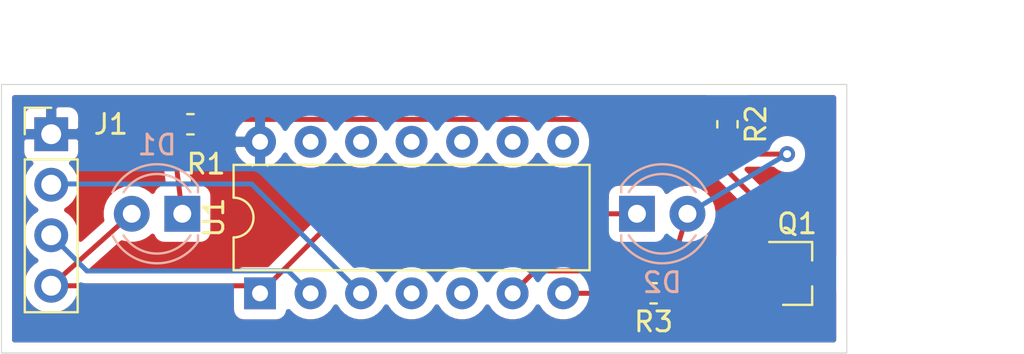
<source format=kicad_pcb>
(kicad_pcb (version 20171130) (host pcbnew "(5.1.6)-1")

  (general
    (thickness 1.6)
    (drawings 10)
    (tracks 30)
    (zones 0)
    (modules 8)
    (nets 18)
  )

  (page A4)
  (layers
    (0 F.Cu signal)
    (31 B.Cu signal)
    (32 B.Adhes user)
    (33 F.Adhes user)
    (34 B.Paste user)
    (35 F.Paste user)
    (36 B.SilkS user)
    (37 F.SilkS user)
    (38 B.Mask user)
    (39 F.Mask user)
    (40 Dwgs.User user)
    (41 Cmts.User user)
    (42 Eco1.User user)
    (43 Eco2.User user)
    (44 Edge.Cuts user)
    (45 Margin user)
    (46 B.CrtYd user)
    (47 F.CrtYd user)
    (48 B.Fab user hide)
    (49 F.Fab user hide)
  )

  (setup
    (last_trace_width 0.25)
    (trace_clearance 0.2)
    (zone_clearance 0.508)
    (zone_45_only no)
    (trace_min 0.2)
    (via_size 0.8)
    (via_drill 0.4)
    (via_min_size 0.4)
    (via_min_drill 0.3)
    (uvia_size 0.3)
    (uvia_drill 0.1)
    (uvias_allowed no)
    (uvia_min_size 0.2)
    (uvia_min_drill 0.1)
    (edge_width 0.05)
    (segment_width 0.2)
    (pcb_text_width 0.3)
    (pcb_text_size 1.5 1.5)
    (mod_edge_width 0.12)
    (mod_text_size 1 1)
    (mod_text_width 0.15)
    (pad_size 1.524 1.524)
    (pad_drill 0.762)
    (pad_to_mask_clearance 0.05)
    (aux_axis_origin 0 0)
    (visible_elements 7FFFFFFF)
    (pcbplotparams
      (layerselection 0x010f0_ffffffff)
      (usegerberextensions false)
      (usegerberattributes false)
      (usegerberadvancedattributes false)
      (creategerberjobfile false)
      (excludeedgelayer true)
      (linewidth 0.100000)
      (plotframeref false)
      (viasonmask false)
      (mode 1)
      (useauxorigin false)
      (hpglpennumber 1)
      (hpglpenspeed 20)
      (hpglpendiameter 15.000000)
      (psnegative false)
      (psa4output false)
      (plotreference true)
      (plotvalue false)
      (plotinvisibletext false)
      (padsonsilk true)
      (subtractmaskfromsilk false)
      (outputformat 1)
      (mirror false)
      (drillshape 0)
      (scaleselection 1)
      (outputdirectory "gerber/"))
  )

  (net 0 "")
  (net 1 +5V)
  (net 2 "Net-(D1-Pad1)")
  (net 3 /M-RX)
  (net 4 /TX)
  (net 5 /RX)
  (net 6 GND)
  (net 7 "Net-(Q1-Pad3)")
  (net 8 /M-TX)
  (net 9 "Net-(U1-Pad13)")
  (net 10 "Net-(U1-Pad12)")
  (net 11 "Net-(U1-Pad5)")
  (net 12 "Net-(U1-Pad11)")
  (net 13 "Net-(U1-Pad4)")
  (net 14 "Net-(U1-Pad10)")
  (net 15 "Net-(U1-Pad9)")
  (net 16 "Net-(U1-Pad8)")
  (net 17 "Net-(Q1-Pad1)")

  (net_class Default "This is the default net class."
    (clearance 0.2)
    (trace_width 0.25)
    (via_dia 0.8)
    (via_drill 0.4)
    (uvia_dia 0.3)
    (uvia_drill 0.1)
    (add_net +5V)
    (add_net /M-RX)
    (add_net /M-TX)
    (add_net /RX)
    (add_net /TX)
    (add_net GND)
    (add_net "Net-(D1-Pad1)")
    (add_net "Net-(Q1-Pad1)")
    (add_net "Net-(Q1-Pad3)")
    (add_net "Net-(U1-Pad10)")
    (add_net "Net-(U1-Pad11)")
    (add_net "Net-(U1-Pad12)")
    (add_net "Net-(U1-Pad13)")
    (add_net "Net-(U1-Pad4)")
    (add_net "Net-(U1-Pad5)")
    (add_net "Net-(U1-Pad8)")
    (add_net "Net-(U1-Pad9)")
  )

  (module LED_THT:LED_D4.0mm (layer B.Cu) (tedit 587A3A7B) (tstamp 5FBCECED)
    (at 81.95 67.5)
    (descr "LED, diameter 4.0mm, 2 pins, http://www.kingbright.com/attachments/file/psearch/000/00/00/L-43GD(Ver.12B).pdf")
    (tags "LED diameter 4.0mm 2 pins")
    (path /5C067167)
    (fp_text reference D2 (at 1.27 3.46) (layer B.SilkS)
      (effects (font (size 1 1) (thickness 0.15)) (justify mirror))
    )
    (fp_text value D_Photo (at 1.27 -3.46) (layer B.Fab)
      (effects (font (size 1 1) (thickness 0.15)) (justify mirror))
    )
    (fp_arc (start 1.27 0) (end -0.41333 -1.08) (angle 114.6) (layer B.SilkS) (width 0.12))
    (fp_arc (start 1.27 0) (end -0.41333 1.08) (angle -114.6) (layer B.SilkS) (width 0.12))
    (fp_arc (start 1.27 0) (end -0.79 -1.398749) (angle 120.1) (layer B.SilkS) (width 0.12))
    (fp_arc (start 1.27 0) (end -0.79 1.398749) (angle -120.1) (layer B.SilkS) (width 0.12))
    (fp_arc (start 1.27 0) (end -0.73 1.32665) (angle -292.9) (layer B.Fab) (width 0.1))
    (fp_line (start 4 2.75) (end -1.45 2.75) (layer B.CrtYd) (width 0.05))
    (fp_line (start 4 -2.75) (end 4 2.75) (layer B.CrtYd) (width 0.05))
    (fp_line (start -1.45 -2.75) (end 4 -2.75) (layer B.CrtYd) (width 0.05))
    (fp_line (start -1.45 2.75) (end -1.45 -2.75) (layer B.CrtYd) (width 0.05))
    (fp_line (start -0.79 -1.08) (end -0.79 -1.399) (layer B.SilkS) (width 0.12))
    (fp_line (start -0.79 1.399) (end -0.79 1.08) (layer B.SilkS) (width 0.12))
    (fp_line (start -0.73 1.32665) (end -0.73 -1.32665) (layer B.Fab) (width 0.1))
    (fp_circle (center 1.27 0) (end 3.27 0) (layer B.Fab) (width 0.1))
    (pad 2 thru_hole circle (at 2.54 0) (size 1.8 1.8) (drill 0.9) (layers *.Cu *.Mask)
      (net 3 /M-RX))
    (pad 1 thru_hole rect (at 0 0) (size 1.8 1.8) (drill 0.9) (layers *.Cu *.Mask)
      (net 1 +5V))
    (model ${KISYS3DMOD}/LED_THT.3dshapes/LED_D4.0mm.wrl
      (at (xyz 0 0 0))
      (scale (xyz 1 1 1))
      (rotate (xyz 0 0 0))
    )
  )

  (module Package_DIP:DIP-14_W7.62mm (layer F.Cu) (tedit 5A02E8C5) (tstamp 5F4A8C70)
    (at 63 71.5 90)
    (descr "14-lead though-hole mounted DIP package, row spacing 7.62 mm (300 mils)")
    (tags "THT DIP DIL PDIP 2.54mm 7.62mm 300mil")
    (path /5F481036)
    (fp_text reference U1 (at 3.81 -2.33 90) (layer F.SilkS)
      (effects (font (size 1 1) (thickness 0.15)))
    )
    (fp_text value ATtiny84A-PU (at 3.81 17.57 90) (layer F.Fab)
      (effects (font (size 1 1) (thickness 0.15)))
    )
    (fp_line (start 8.7 -1.55) (end -1.1 -1.55) (layer F.CrtYd) (width 0.05))
    (fp_line (start 8.7 16.8) (end 8.7 -1.55) (layer F.CrtYd) (width 0.05))
    (fp_line (start -1.1 16.8) (end 8.7 16.8) (layer F.CrtYd) (width 0.05))
    (fp_line (start -1.1 -1.55) (end -1.1 16.8) (layer F.CrtYd) (width 0.05))
    (fp_line (start 6.46 -1.33) (end 4.81 -1.33) (layer F.SilkS) (width 0.12))
    (fp_line (start 6.46 16.57) (end 6.46 -1.33) (layer F.SilkS) (width 0.12))
    (fp_line (start 1.16 16.57) (end 6.46 16.57) (layer F.SilkS) (width 0.12))
    (fp_line (start 1.16 -1.33) (end 1.16 16.57) (layer F.SilkS) (width 0.12))
    (fp_line (start 2.81 -1.33) (end 1.16 -1.33) (layer F.SilkS) (width 0.12))
    (fp_line (start 0.635 -0.27) (end 1.635 -1.27) (layer F.Fab) (width 0.1))
    (fp_line (start 0.635 16.51) (end 0.635 -0.27) (layer F.Fab) (width 0.1))
    (fp_line (start 6.985 16.51) (end 0.635 16.51) (layer F.Fab) (width 0.1))
    (fp_line (start 6.985 -1.27) (end 6.985 16.51) (layer F.Fab) (width 0.1))
    (fp_line (start 1.635 -1.27) (end 6.985 -1.27) (layer F.Fab) (width 0.1))
    (fp_text user %R (at 3.81 7.62 90) (layer F.Fab)
      (effects (font (size 1 1) (thickness 0.15)))
    )
    (fp_arc (start 3.81 -1.33) (end 2.81 -1.33) (angle -180) (layer F.SilkS) (width 0.12))
    (pad 14 thru_hole oval (at 7.62 0 90) (size 1.6 1.6) (drill 0.8) (layers *.Cu *.Mask)
      (net 6 GND))
    (pad 7 thru_hole oval (at 0 15.24 90) (size 1.6 1.6) (drill 0.8) (layers *.Cu *.Mask)
      (net 8 /M-TX))
    (pad 13 thru_hole oval (at 7.62 2.54 90) (size 1.6 1.6) (drill 0.8) (layers *.Cu *.Mask)
      (net 9 "Net-(U1-Pad13)"))
    (pad 6 thru_hole oval (at 0 12.7 90) (size 1.6 1.6) (drill 0.8) (layers *.Cu *.Mask)
      (net 3 /M-RX))
    (pad 12 thru_hole oval (at 7.62 5.08 90) (size 1.6 1.6) (drill 0.8) (layers *.Cu *.Mask)
      (net 10 "Net-(U1-Pad12)"))
    (pad 5 thru_hole oval (at 0 10.16 90) (size 1.6 1.6) (drill 0.8) (layers *.Cu *.Mask)
      (net 11 "Net-(U1-Pad5)"))
    (pad 11 thru_hole oval (at 7.62 7.62 90) (size 1.6 1.6) (drill 0.8) (layers *.Cu *.Mask)
      (net 12 "Net-(U1-Pad11)"))
    (pad 4 thru_hole oval (at 0 7.62 90) (size 1.6 1.6) (drill 0.8) (layers *.Cu *.Mask)
      (net 13 "Net-(U1-Pad4)"))
    (pad 10 thru_hole oval (at 7.62 10.16 90) (size 1.6 1.6) (drill 0.8) (layers *.Cu *.Mask)
      (net 14 "Net-(U1-Pad10)"))
    (pad 3 thru_hole oval (at 0 5.08 90) (size 1.6 1.6) (drill 0.8) (layers *.Cu *.Mask)
      (net 5 /RX))
    (pad 9 thru_hole oval (at 7.62 12.7 90) (size 1.6 1.6) (drill 0.8) (layers *.Cu *.Mask)
      (net 15 "Net-(U1-Pad9)"))
    (pad 2 thru_hole oval (at 0 2.54 90) (size 1.6 1.6) (drill 0.8) (layers *.Cu *.Mask)
      (net 4 /TX))
    (pad 8 thru_hole oval (at 7.62 15.24 90) (size 1.6 1.6) (drill 0.8) (layers *.Cu *.Mask)
      (net 16 "Net-(U1-Pad8)"))
    (pad 1 thru_hole rect (at 0 0 90) (size 1.6 1.6) (drill 0.8) (layers *.Cu *.Mask)
      (net 1 +5V))
    (model ${KISYS3DMOD}/Package_DIP.3dshapes/DIP-14_W7.62mm.wrl
      (at (xyz 0 0 0))
      (scale (xyz 1 1 1))
      (rotate (xyz 0 0 0))
    )
  )

  (module Connector_PinHeader_2.54mm:PinHeader_1x04_P2.54mm_Vertical (layer F.Cu) (tedit 59FED5CC) (tstamp 5F4A8DA7)
    (at 52.5 63.5)
    (descr "Through hole straight pin header, 1x04, 2.54mm pitch, single row")
    (tags "Through hole pin header THT 1x04 2.54mm single row")
    (path /5C066FF6)
    (fp_text reference J1 (at 3 -0.5) (layer F.SilkS)
      (effects (font (size 1 1) (thickness 0.15)))
    )
    (fp_text value Conn_01x04_Male (at 0 9.95) (layer F.Fab)
      (effects (font (size 1 1) (thickness 0.15)))
    )
    (fp_line (start 1.8 -1.8) (end -1.8 -1.8) (layer F.CrtYd) (width 0.05))
    (fp_line (start 1.8 9.4) (end 1.8 -1.8) (layer F.CrtYd) (width 0.05))
    (fp_line (start -1.8 9.4) (end 1.8 9.4) (layer F.CrtYd) (width 0.05))
    (fp_line (start -1.8 -1.8) (end -1.8 9.4) (layer F.CrtYd) (width 0.05))
    (fp_line (start -1.33 -1.33) (end 0 -1.33) (layer F.SilkS) (width 0.12))
    (fp_line (start -1.33 0) (end -1.33 -1.33) (layer F.SilkS) (width 0.12))
    (fp_line (start -1.33 1.27) (end 1.33 1.27) (layer F.SilkS) (width 0.12))
    (fp_line (start 1.33 1.27) (end 1.33 8.95) (layer F.SilkS) (width 0.12))
    (fp_line (start -1.33 1.27) (end -1.33 8.95) (layer F.SilkS) (width 0.12))
    (fp_line (start -1.33 8.95) (end 1.33 8.95) (layer F.SilkS) (width 0.12))
    (fp_line (start -1.27 -0.635) (end -0.635 -1.27) (layer F.Fab) (width 0.1))
    (fp_line (start -1.27 8.89) (end -1.27 -0.635) (layer F.Fab) (width 0.1))
    (fp_line (start 1.27 8.89) (end -1.27 8.89) (layer F.Fab) (width 0.1))
    (fp_line (start 1.27 -1.27) (end 1.27 8.89) (layer F.Fab) (width 0.1))
    (fp_line (start -0.635 -1.27) (end 1.27 -1.27) (layer F.Fab) (width 0.1))
    (fp_text user %R (at 0 3.81 90) (layer F.Fab)
      (effects (font (size 1 1) (thickness 0.15)))
    )
    (pad 4 thru_hole oval (at 0 7.62) (size 1.7 1.7) (drill 1) (layers *.Cu *.Mask)
      (net 1 +5V))
    (pad 3 thru_hole oval (at 0 5.08) (size 1.7 1.7) (drill 1) (layers *.Cu *.Mask)
      (net 4 /TX))
    (pad 2 thru_hole oval (at 0 2.54) (size 1.7 1.7) (drill 1) (layers *.Cu *.Mask)
      (net 5 /RX))
    (pad 1 thru_hole rect (at 0 0) (size 1.7 1.7) (drill 1) (layers *.Cu *.Mask)
      (net 6 GND))
    (model ${KISYS3DMOD}/Connector_PinHeader_2.54mm.3dshapes/PinHeader_1x04_P2.54mm_Vertical.wrl
      (at (xyz 0 0 0))
      (scale (xyz 1 1 1))
      (rotate (xyz 0 0 0))
    )
  )

  (module LED_THT:LED_D4.0mm (layer B.Cu) (tedit 587A3A7B) (tstamp 5F4A8A50)
    (at 59.09 67.5 180)
    (descr "LED, diameter 4.0mm, 2 pins, http://www.kingbright.com/attachments/file/psearch/000/00/00/L-43GD(Ver.12B).pdf")
    (tags "LED diameter 4.0mm 2 pins")
    (path /5C066F2B)
    (fp_text reference D1 (at 1.27 3.46) (layer B.SilkS)
      (effects (font (size 1 1) (thickness 0.15)) (justify mirror))
    )
    (fp_text value LED (at 1.27 -3.46) (layer B.Fab)
      (effects (font (size 1 1) (thickness 0.15)) (justify mirror))
    )
    (fp_line (start 4 2.75) (end -1.45 2.75) (layer B.CrtYd) (width 0.05))
    (fp_line (start 4 -2.75) (end 4 2.75) (layer B.CrtYd) (width 0.05))
    (fp_line (start -1.45 -2.75) (end 4 -2.75) (layer B.CrtYd) (width 0.05))
    (fp_line (start -1.45 2.75) (end -1.45 -2.75) (layer B.CrtYd) (width 0.05))
    (fp_line (start -0.79 -1.08) (end -0.79 -1.399) (layer B.SilkS) (width 0.12))
    (fp_line (start -0.79 1.399) (end -0.79 1.08) (layer B.SilkS) (width 0.12))
    (fp_line (start -0.73 1.32665) (end -0.73 -1.32665) (layer B.Fab) (width 0.1))
    (fp_circle (center 1.27 0) (end 3.27 0) (layer B.Fab) (width 0.1))
    (fp_arc (start 1.27 0) (end -0.41333 -1.08) (angle 114.6) (layer B.SilkS) (width 0.12))
    (fp_arc (start 1.27 0) (end -0.41333 1.08) (angle -114.6) (layer B.SilkS) (width 0.12))
    (fp_arc (start 1.27 0) (end -0.79 -1.398749) (angle 120.1) (layer B.SilkS) (width 0.12))
    (fp_arc (start 1.27 0) (end -0.79 1.398749) (angle -120.1) (layer B.SilkS) (width 0.12))
    (fp_arc (start 1.27 0) (end -0.73 1.32665) (angle -292.9) (layer B.Fab) (width 0.1))
    (pad 2 thru_hole circle (at 2.54 0 180) (size 1.8 1.8) (drill 0.9) (layers *.Cu *.Mask)
      (net 1 +5V))
    (pad 1 thru_hole rect (at 0 0 180) (size 1.8 1.8) (drill 0.9) (layers *.Cu *.Mask)
      (net 2 "Net-(D1-Pad1)"))
    (model ${KISYS3DMOD}/LED_THT.3dshapes/LED_D4.0mm.wrl
      (at (xyz 0 0 0))
      (scale (xyz 1 1 1))
      (rotate (xyz 0 0 0))
    )
  )

  (module Resistor_SMD:R_0603_1608Metric (layer F.Cu) (tedit 5B301BBD) (tstamp 5F4A861E)
    (at 59.5 63)
    (descr "Resistor SMD 0603 (1608 Metric), square (rectangular) end terminal, IPC_7351 nominal, (Body size source: http://www.tortai-tech.com/upload/download/2011102023233369053.pdf), generated with kicad-footprint-generator")
    (tags resistor)
    (path /5C067085)
    (attr smd)
    (fp_text reference R1 (at 0.7875 2) (layer F.SilkS)
      (effects (font (size 1 1) (thickness 0.15)))
    )
    (fp_text value 78R (at 0 1.43) (layer F.Fab)
      (effects (font (size 1 1) (thickness 0.15)))
    )
    (fp_line (start -0.8 0.4) (end -0.8 -0.4) (layer F.Fab) (width 0.1))
    (fp_line (start -0.8 -0.4) (end 0.8 -0.4) (layer F.Fab) (width 0.1))
    (fp_line (start 0.8 -0.4) (end 0.8 0.4) (layer F.Fab) (width 0.1))
    (fp_line (start 0.8 0.4) (end -0.8 0.4) (layer F.Fab) (width 0.1))
    (fp_line (start -0.162779 -0.51) (end 0.162779 -0.51) (layer F.SilkS) (width 0.12))
    (fp_line (start -0.162779 0.51) (end 0.162779 0.51) (layer F.SilkS) (width 0.12))
    (fp_line (start -1.48 0.73) (end -1.48 -0.73) (layer F.CrtYd) (width 0.05))
    (fp_line (start -1.48 -0.73) (end 1.48 -0.73) (layer F.CrtYd) (width 0.05))
    (fp_line (start 1.48 -0.73) (end 1.48 0.73) (layer F.CrtYd) (width 0.05))
    (fp_line (start 1.48 0.73) (end -1.48 0.73) (layer F.CrtYd) (width 0.05))
    (fp_text user %R (at 0 0) (layer F.Fab)
      (effects (font (size 0.4 0.4) (thickness 0.06)))
    )
    (pad 1 smd roundrect (at -0.7875 0) (size 0.875 0.95) (layers F.Cu F.Paste F.Mask) (roundrect_rratio 0.25)
      (net 2 "Net-(D1-Pad1)"))
    (pad 2 smd roundrect (at 0.7875 0) (size 0.875 0.95) (layers F.Cu F.Paste F.Mask) (roundrect_rratio 0.25)
      (net 7 "Net-(Q1-Pad3)"))
    (model ${KISYS3DMOD}/Resistor_SMD.3dshapes/R_0603_1608Metric.wrl
      (at (xyz 0 0 0))
      (scale (xyz 1 1 1))
      (rotate (xyz 0 0 0))
    )
  )

  (module Resistor_SMD:R_0603_1608Metric (layer F.Cu) (tedit 5B301BBD) (tstamp 5F4A8B7C)
    (at 86.5 63 270)
    (descr "Resistor SMD 0603 (1608 Metric), square (rectangular) end terminal, IPC_7351 nominal, (Body size source: http://www.tortai-tech.com/upload/download/2011102023233369053.pdf), generated with kicad-footprint-generator")
    (tags resistor)
    (path /5C0671D2)
    (attr smd)
    (fp_text reference R2 (at 0 -1.43 90) (layer F.SilkS)
      (effects (font (size 1 1) (thickness 0.15)))
    )
    (fp_text value 2k (at 0 1.43 90) (layer F.Fab)
      (effects (font (size 1 1) (thickness 0.15)))
    )
    (fp_line (start 1.48 0.73) (end -1.48 0.73) (layer F.CrtYd) (width 0.05))
    (fp_line (start 1.48 -0.73) (end 1.48 0.73) (layer F.CrtYd) (width 0.05))
    (fp_line (start -1.48 -0.73) (end 1.48 -0.73) (layer F.CrtYd) (width 0.05))
    (fp_line (start -1.48 0.73) (end -1.48 -0.73) (layer F.CrtYd) (width 0.05))
    (fp_line (start -0.162779 0.51) (end 0.162779 0.51) (layer F.SilkS) (width 0.12))
    (fp_line (start -0.162779 -0.51) (end 0.162779 -0.51) (layer F.SilkS) (width 0.12))
    (fp_line (start 0.8 0.4) (end -0.8 0.4) (layer F.Fab) (width 0.1))
    (fp_line (start 0.8 -0.4) (end 0.8 0.4) (layer F.Fab) (width 0.1))
    (fp_line (start -0.8 -0.4) (end 0.8 -0.4) (layer F.Fab) (width 0.1))
    (fp_line (start -0.8 0.4) (end -0.8 -0.4) (layer F.Fab) (width 0.1))
    (fp_text user %R (at 0 0 90) (layer F.Fab)
      (effects (font (size 0.4 0.4) (thickness 0.06)))
    )
    (pad 2 smd roundrect (at 0.7875 0 270) (size 0.875 0.95) (layers F.Cu F.Paste F.Mask) (roundrect_rratio 0.25)
      (net 3 /M-RX))
    (pad 1 smd roundrect (at -0.7875 0 270) (size 0.875 0.95) (layers F.Cu F.Paste F.Mask) (roundrect_rratio 0.25)
      (net 6 GND))
    (model ${KISYS3DMOD}/Resistor_SMD.3dshapes/R_0603_1608Metric.wrl
      (at (xyz 0 0 0))
      (scale (xyz 1 1 1))
      (rotate (xyz 0 0 0))
    )
  )

  (module Resistor_SMD:R_0603_1608Metric (layer F.Cu) (tedit 5B301BBD) (tstamp 5F4A8141)
    (at 82.7875 71.5 180)
    (descr "Resistor SMD 0603 (1608 Metric), square (rectangular) end terminal, IPC_7351 nominal, (Body size source: http://www.tortai-tech.com/upload/download/2011102023233369053.pdf), generated with kicad-footprint-generator")
    (tags resistor)
    (path /5C06AAA5)
    (attr smd)
    (fp_text reference R3 (at 0 -1.43) (layer F.SilkS)
      (effects (font (size 1 1) (thickness 0.15)))
    )
    (fp_text value 4k7 (at 0 1.43) (layer F.Fab)
      (effects (font (size 1 1) (thickness 0.15)))
    )
    (fp_line (start -0.8 0.4) (end -0.8 -0.4) (layer F.Fab) (width 0.1))
    (fp_line (start -0.8 -0.4) (end 0.8 -0.4) (layer F.Fab) (width 0.1))
    (fp_line (start 0.8 -0.4) (end 0.8 0.4) (layer F.Fab) (width 0.1))
    (fp_line (start 0.8 0.4) (end -0.8 0.4) (layer F.Fab) (width 0.1))
    (fp_line (start -0.162779 -0.51) (end 0.162779 -0.51) (layer F.SilkS) (width 0.12))
    (fp_line (start -0.162779 0.51) (end 0.162779 0.51) (layer F.SilkS) (width 0.12))
    (fp_line (start -1.48 0.73) (end -1.48 -0.73) (layer F.CrtYd) (width 0.05))
    (fp_line (start -1.48 -0.73) (end 1.48 -0.73) (layer F.CrtYd) (width 0.05))
    (fp_line (start 1.48 -0.73) (end 1.48 0.73) (layer F.CrtYd) (width 0.05))
    (fp_line (start 1.48 0.73) (end -1.48 0.73) (layer F.CrtYd) (width 0.05))
    (fp_text user %R (at 0 0) (layer F.Fab)
      (effects (font (size 0.4 0.4) (thickness 0.06)))
    )
    (pad 1 smd roundrect (at -0.7875 0 180) (size 0.875 0.95) (layers F.Cu F.Paste F.Mask) (roundrect_rratio 0.25)
      (net 17 "Net-(Q1-Pad1)"))
    (pad 2 smd roundrect (at 0.7875 0 180) (size 0.875 0.95) (layers F.Cu F.Paste F.Mask) (roundrect_rratio 0.25)
      (net 8 /M-TX))
    (model ${KISYS3DMOD}/Resistor_SMD.3dshapes/R_0603_1608Metric.wrl
      (at (xyz 0 0 0))
      (scale (xyz 1 1 1))
      (rotate (xyz 0 0 0))
    )
  )

  (module TO_SOT_Packages_SMD:SOT-23 (layer F.Cu) (tedit 58CE4E7E) (tstamp 5F4BF3CE)
    (at 90 70.5)
    (descr "SOT-23, Standard")
    (tags SOT-23)
    (path /5F4C2395)
    (attr smd)
    (fp_text reference Q1 (at 0 -2.5) (layer F.SilkS)
      (effects (font (size 1 1) (thickness 0.15)))
    )
    (fp_text value BC817 (at 0 2.5) (layer F.Fab)
      (effects (font (size 1 1) (thickness 0.15)))
    )
    (fp_line (start 0.76 1.58) (end -0.7 1.58) (layer F.SilkS) (width 0.12))
    (fp_line (start 0.76 -1.58) (end -1.4 -1.58) (layer F.SilkS) (width 0.12))
    (fp_line (start -1.7 1.75) (end -1.7 -1.75) (layer F.CrtYd) (width 0.05))
    (fp_line (start 1.7 1.75) (end -1.7 1.75) (layer F.CrtYd) (width 0.05))
    (fp_line (start 1.7 -1.75) (end 1.7 1.75) (layer F.CrtYd) (width 0.05))
    (fp_line (start -1.7 -1.75) (end 1.7 -1.75) (layer F.CrtYd) (width 0.05))
    (fp_line (start 0.76 -1.58) (end 0.76 -0.65) (layer F.SilkS) (width 0.12))
    (fp_line (start 0.76 1.58) (end 0.76 0.65) (layer F.SilkS) (width 0.12))
    (fp_line (start -0.7 1.52) (end 0.7 1.52) (layer F.Fab) (width 0.1))
    (fp_line (start 0.7 -1.52) (end 0.7 1.52) (layer F.Fab) (width 0.1))
    (fp_line (start -0.7 -0.95) (end -0.15 -1.52) (layer F.Fab) (width 0.1))
    (fp_line (start -0.15 -1.52) (end 0.7 -1.52) (layer F.Fab) (width 0.1))
    (fp_line (start -0.7 -0.95) (end -0.7 1.5) (layer F.Fab) (width 0.1))
    (fp_text user %R (at 0 0 90) (layer F.Fab)
      (effects (font (size 0.5 0.5) (thickness 0.075)))
    )
    (pad 3 smd rect (at 1 0) (size 0.9 0.8) (layers F.Cu F.Paste F.Mask)
      (net 7 "Net-(Q1-Pad3)"))
    (pad 2 smd rect (at -1 0.95) (size 0.9 0.8) (layers F.Cu F.Paste F.Mask)
      (net 6 GND))
    (pad 1 smd rect (at -1 -0.95) (size 0.9 0.8) (layers F.Cu F.Paste F.Mask)
      (net 17 "Net-(Q1-Pad1)"))
    (model ${KISYS3DMOD}/TO_SOT_Packages_SMD.3dshapes/SOT-23.wrl
      (at (xyz 0 0 0))
      (scale (xyz 1 1 1))
      (rotate (xyz 0 0 0))
    )
  )

  (dimension 13.5 (width 0.15) (layer Dwgs.User)
    (gr_text "13.500 mm" (at 100.05 67.75 270) (layer Dwgs.User)
      (effects (font (size 1 1) (thickness 0.15)))
    )
    (feature1 (pts (xy 92.5 74.5) (xy 99.336421 74.5)))
    (feature2 (pts (xy 92.5 61) (xy 99.336421 61)))
    (crossbar (pts (xy 98.75 61) (xy 98.75 74.5)))
    (arrow1a (pts (xy 98.75 74.5) (xy 98.163579 73.373496)))
    (arrow1b (pts (xy 98.75 74.5) (xy 99.336421 73.373496)))
    (arrow2a (pts (xy 98.75 61) (xy 98.163579 62.126504)))
    (arrow2b (pts (xy 98.75 61) (xy 99.336421 62.126504)))
  )
  (dimension 42.5 (width 0.15) (layer Dwgs.User)
    (gr_text "42.500 mm" (at 71.25 57.45) (layer Dwgs.User)
      (effects (font (size 1 1) (thickness 0.15)))
    )
    (feature1 (pts (xy 92.5 74.5) (xy 92.5 58.163579)))
    (feature2 (pts (xy 50 74.5) (xy 50 58.163579)))
    (crossbar (pts (xy 50 58.75) (xy 92.5 58.75)))
    (arrow1a (pts (xy 92.5 58.75) (xy 91.373496 59.336421)))
    (arrow1b (pts (xy 92.5 58.75) (xy 91.373496 58.163579)))
    (arrow2a (pts (xy 50 58.75) (xy 51.126504 59.336421)))
    (arrow2b (pts (xy 50 58.75) (xy 51.126504 58.163579)))
  )
  (gr_line (start 92.5 61) (end 50 61) (layer Dwgs.User) (width 0.15) (tstamp 5F4BF5EB))
  (gr_line (start 92.5 74.5) (end 92.5 61) (layer Dwgs.User) (width 0.15))
  (gr_line (start 50 74.5) (end 92.5 74.5) (layer Dwgs.User) (width 0.15))
  (gr_line (start 50 61) (end 50 74.5) (layer Dwgs.User) (width 0.15))
  (gr_line (start 92.5 61) (end 50 61) (layer Edge.Cuts) (width 0.05) (tstamp 5F4A8890))
  (gr_line (start 92.5 74.5) (end 92.5 61) (layer Edge.Cuts) (width 0.05))
  (gr_line (start 50 74.5) (end 92.5 74.5) (layer Edge.Cuts) (width 0.05))
  (gr_line (start 50 61) (end 50 74.5) (layer Edge.Cuts) (width 0.05))

  (segment (start 62.62 71.12) (end 63 71.5) (width 0.25) (layer F.Cu) (net 1))
  (segment (start 52.5 71.12) (end 62.62 71.12) (width 0.25) (layer F.Cu) (net 1))
  (segment (start 56.55 67.5) (end 56.01 67.5) (width 0.25) (layer F.Cu) (net 1))
  (segment (start 52.5 71.12) (end 56.55 67.5) (width 0.25) (layer F.Cu) (net 1))
  (segment (start 67 67.5) (end 63 71.5) (width 0.25) (layer F.Cu) (net 1))
  (segment (start 81.95 67.5) (end 67 67.5) (width 0.25) (layer F.Cu) (net 1))
  (segment (start 58.55 63.125) (end 58.425 63) (width 0.25) (layer F.Cu) (net 2))
  (segment (start 59.09 67.5) (end 58.55 63.125) (width 0.25) (layer F.Cu) (net 2))
  (via (at 89.5 64.5) (size 0.8) (drill 0.4) (layers F.Cu B.Cu) (net 3))
  (segment (start 87.2125 64.5) (end 86.5 63.7875) (width 0.25) (layer F.Cu) (net 3))
  (segment (start 89.5 64.5) (end 87.2125 64.5) (width 0.25) (layer F.Cu) (net 3))
  (segment (start 76.825001 70.374999) (end 75.7 71.5) (width 0.25) (layer F.Cu) (net 3))
  (segment (start 84.49 67.5) (end 83.615001 70.374999) (width 0.25) (layer F.Cu) (net 3))
  (segment (start 83.615001 70.374999) (end 76.825001 70.374999) (width 0.25) (layer F.Cu) (net 3))
  (segment (start 89.49 64.5) (end 89.5 64.5) (width 0.25) (layer B.Cu) (net 3))
  (segment (start 84.49 67.5) (end 89.49 64.5) (width 0.25) (layer B.Cu) (net 3))
  (segment (start 54.294999 70.374999) (end 52.5 68.58) (width 0.25) (layer B.Cu) (net 4))
  (segment (start 64.414999 70.374999) (end 54.294999 70.374999) (width 0.25) (layer B.Cu) (net 4))
  (segment (start 65.54 71.5) (end 64.414999 70.374999) (width 0.25) (layer B.Cu) (net 4))
  (segment (start 68.08 71.5) (end 62.58 66) (width 0.25) (layer B.Cu) (net 5))
  (segment (start 52.54 66) (end 52.5 66.04) (width 0.25) (layer B.Cu) (net 5))
  (segment (start 62.58 66) (end 52.54 66) (width 0.25) (layer B.Cu) (net 5))
  (segment (start 60.245001 62.754999) (end 60 63) (width 0.25) (layer F.Cu) (net 7))
  (segment (start 91 69.85) (end 83.904999 62.754999) (width 0.25) (layer F.Cu) (net 7) (tstamp 5F4BF55F))
  (segment (start 83.904999 62.754999) (end 60.245001 62.754999) (width 0.25) (layer F.Cu) (net 7))
  (segment (start 91 70.5) (end 91 69.85) (width 0.25) (layer F.Cu) (net 7))
  (segment (start 82 71.5) (end 78.24 71.5) (width 0.25) (layer F.Cu) (net 8))
  (segment (start 83.625 71.45) (end 83.575 71.5) (width 0.25) (layer F.Cu) (net 17))
  (segment (start 85.525 69.55) (end 83.575 71.5) (width 0.25) (layer F.Cu) (net 17))
  (segment (start 89 69.55) (end 85.525 69.55) (width 0.25) (layer F.Cu) (net 17))

  (zone (net 6) (net_name GND) (layer F.Cu) (tstamp 5F4BF697) (hatch edge 0.508)
    (connect_pads (clearance 0.508))
    (min_thickness 0.254)
    (fill yes (arc_segments 32) (thermal_gap 0.508) (thermal_bridge_width 0.508))
    (polygon
      (pts
        (xy 92.5 74.5) (xy 50 74.5) (xy 50 61) (xy 92.5 61)
      )
    )
    (filled_polygon
      (pts
        (xy 85.386928 61.775) (xy 85.39 61.92675) (xy 85.54875 62.0855) (xy 86.373 62.0855) (xy 86.373 62.0655)
        (xy 86.627 62.0655) (xy 86.627 62.0855) (xy 87.45125 62.0855) (xy 87.61 61.92675) (xy 87.613072 61.775)
        (xy 87.601746 61.66) (xy 91.840001 61.66) (xy 91.84 69.598602) (xy 91.804494 69.569463) (xy 91.69418 69.510498)
        (xy 91.677599 69.505468) (xy 91.634974 69.425724) (xy 91.540001 69.309999) (xy 91.511003 69.286201) (xy 87.484801 65.26)
        (xy 88.796289 65.26) (xy 88.840226 65.303937) (xy 89.009744 65.417205) (xy 89.198102 65.495226) (xy 89.398061 65.535)
        (xy 89.601939 65.535) (xy 89.801898 65.495226) (xy 89.990256 65.417205) (xy 90.159774 65.303937) (xy 90.303937 65.159774)
        (xy 90.417205 64.990256) (xy 90.495226 64.801898) (xy 90.535 64.601939) (xy 90.535 64.398061) (xy 90.495226 64.198102)
        (xy 90.417205 64.009744) (xy 90.303937 63.840226) (xy 90.159774 63.696063) (xy 89.990256 63.582795) (xy 89.801898 63.504774)
        (xy 89.601939 63.465) (xy 89.398061 63.465) (xy 89.198102 63.504774) (xy 89.009744 63.582795) (xy 88.840226 63.696063)
        (xy 88.796289 63.74) (xy 87.613072 63.74) (xy 87.613072 63.56875) (xy 87.596608 63.401592) (xy 87.54785 63.240858)
        (xy 87.468671 63.092725) (xy 87.4509 63.07107) (xy 87.505537 63.004494) (xy 87.564502 62.89418) (xy 87.600812 62.774482)
        (xy 87.613072 62.65) (xy 87.61 62.49825) (xy 87.45125 62.3395) (xy 86.627 62.3395) (xy 86.627 62.3595)
        (xy 86.373 62.3595) (xy 86.373 62.3395) (xy 85.54875 62.3395) (xy 85.39 62.49825) (xy 85.386928 62.65)
        (xy 85.399188 62.774482) (xy 85.435498 62.89418) (xy 85.494463 63.004494) (xy 85.5491 63.07107) (xy 85.531329 63.092725)
        (xy 85.456856 63.232054) (xy 84.468803 62.244002) (xy 84.445 62.214998) (xy 84.329275 62.120025) (xy 84.197246 62.049453)
        (xy 84.053985 62.005996) (xy 83.942332 61.994999) (xy 83.942321 61.994999) (xy 83.904999 61.991323) (xy 83.867677 61.994999)
        (xy 60.914307 61.994999) (xy 60.834142 61.95215) (xy 60.673408 61.903392) (xy 60.50625 61.886928) (xy 60.06875 61.886928)
        (xy 59.901592 61.903392) (xy 59.740858 61.95215) (xy 59.592725 62.031329) (xy 59.5 62.107426) (xy 59.407275 62.031329)
        (xy 59.259142 61.95215) (xy 59.098408 61.903392) (xy 58.93125 61.886928) (xy 58.49375 61.886928) (xy 58.326592 61.903392)
        (xy 58.165858 61.95215) (xy 58.017725 62.031329) (xy 57.887885 62.137885) (xy 57.781329 62.267725) (xy 57.70215 62.415858)
        (xy 57.653392 62.576592) (xy 57.636928 62.74375) (xy 57.636928 63.25625) (xy 57.653392 63.423408) (xy 57.70215 63.584142)
        (xy 57.781329 63.732275) (xy 57.872971 63.843942) (xy 58.135059 65.967339) (xy 58.065518 65.974188) (xy 57.94582 66.010498)
        (xy 57.835506 66.069463) (xy 57.738815 66.148815) (xy 57.659463 66.245506) (xy 57.600498 66.35582) (xy 57.594944 66.374127)
        (xy 57.528505 66.307688) (xy 57.277095 66.139701) (xy 56.997743 66.023989) (xy 56.701184 65.965) (xy 56.398816 65.965)
        (xy 56.102257 66.023989) (xy 55.822905 66.139701) (xy 55.571495 66.307688) (xy 55.357688 66.521495) (xy 55.189701 66.772905)
        (xy 55.073989 67.052257) (xy 55.015 67.348816) (xy 55.015 67.651184) (xy 55.04903 67.822265) (xy 53.973614 68.783501)
        (xy 53.985 68.72626) (xy 53.985 68.43374) (xy 53.927932 68.146842) (xy 53.81599 67.876589) (xy 53.653475 67.633368)
        (xy 53.446632 67.426525) (xy 53.27224 67.31) (xy 53.446632 67.193475) (xy 53.653475 66.986632) (xy 53.81599 66.743411)
        (xy 53.927932 66.473158) (xy 53.985 66.18626) (xy 53.985 65.89374) (xy 53.927932 65.606842) (xy 53.81599 65.336589)
        (xy 53.653475 65.093368) (xy 53.52162 64.961513) (xy 53.59418 64.939502) (xy 53.704494 64.880537) (xy 53.801185 64.801185)
        (xy 53.880537 64.704494) (xy 53.939502 64.59418) (xy 53.975812 64.474482) (xy 53.988072 64.35) (xy 53.985 63.78575)
        (xy 53.82625 63.627) (xy 52.627 63.627) (xy 52.627 63.647) (xy 52.373 63.647) (xy 52.373 63.627)
        (xy 51.17375 63.627) (xy 51.015 63.78575) (xy 51.011928 64.35) (xy 51.024188 64.474482) (xy 51.060498 64.59418)
        (xy 51.119463 64.704494) (xy 51.198815 64.801185) (xy 51.295506 64.880537) (xy 51.40582 64.939502) (xy 51.47838 64.961513)
        (xy 51.346525 65.093368) (xy 51.18401 65.336589) (xy 51.072068 65.606842) (xy 51.015 65.89374) (xy 51.015 66.18626)
        (xy 51.072068 66.473158) (xy 51.18401 66.743411) (xy 51.346525 66.986632) (xy 51.553368 67.193475) (xy 51.72776 67.31)
        (xy 51.553368 67.426525) (xy 51.346525 67.633368) (xy 51.18401 67.876589) (xy 51.072068 68.146842) (xy 51.015 68.43374)
        (xy 51.015 68.72626) (xy 51.072068 69.013158) (xy 51.18401 69.283411) (xy 51.346525 69.526632) (xy 51.553368 69.733475)
        (xy 51.72776 69.85) (xy 51.553368 69.966525) (xy 51.346525 70.173368) (xy 51.18401 70.416589) (xy 51.072068 70.686842)
        (xy 51.015 70.97374) (xy 51.015 71.26626) (xy 51.072068 71.553158) (xy 51.18401 71.823411) (xy 51.346525 72.066632)
        (xy 51.553368 72.273475) (xy 51.796589 72.43599) (xy 52.066842 72.547932) (xy 52.35374 72.605) (xy 52.64626 72.605)
        (xy 52.933158 72.547932) (xy 53.203411 72.43599) (xy 53.446632 72.273475) (xy 53.653475 72.066632) (xy 53.778178 71.88)
        (xy 61.561928 71.88) (xy 61.561928 72.3) (xy 61.574188 72.424482) (xy 61.610498 72.54418) (xy 61.669463 72.654494)
        (xy 61.748815 72.751185) (xy 61.845506 72.830537) (xy 61.95582 72.889502) (xy 62.075518 72.925812) (xy 62.2 72.938072)
        (xy 63.8 72.938072) (xy 63.924482 72.925812) (xy 64.04418 72.889502) (xy 64.154494 72.830537) (xy 64.251185 72.751185)
        (xy 64.330537 72.654494) (xy 64.389502 72.54418) (xy 64.425812 72.424482) (xy 64.426643 72.416039) (xy 64.625241 72.614637)
        (xy 64.860273 72.77168) (xy 65.121426 72.879853) (xy 65.398665 72.935) (xy 65.681335 72.935) (xy 65.958574 72.879853)
        (xy 66.219727 72.77168) (xy 66.454759 72.614637) (xy 66.654637 72.414759) (xy 66.81 72.182241) (xy 66.965363 72.414759)
        (xy 67.165241 72.614637) (xy 67.400273 72.77168) (xy 67.661426 72.879853) (xy 67.938665 72.935) (xy 68.221335 72.935)
        (xy 68.498574 72.879853) (xy 68.759727 72.77168) (xy 68.994759 72.614637) (xy 69.194637 72.414759) (xy 69.35 72.182241)
        (xy 69.505363 72.414759) (xy 69.705241 72.614637) (xy 69.940273 72.77168) (xy 70.201426 72.879853) (xy 70.478665 72.935)
        (xy 70.761335 72.935) (xy 71.038574 72.879853) (xy 71.299727 72.77168) (xy 71.534759 72.614637) (xy 71.734637 72.414759)
        (xy 71.89 72.182241) (xy 72.045363 72.414759) (xy 72.245241 72.614637) (xy 72.480273 72.77168) (xy 72.741426 72.879853)
        (xy 73.018665 72.935) (xy 73.301335 72.935) (xy 73.578574 72.879853) (xy 73.839727 72.77168) (xy 74.074759 72.614637)
        (xy 74.274637 72.414759) (xy 74.43 72.182241) (xy 74.585363 72.414759) (xy 74.785241 72.614637) (xy 75.020273 72.77168)
        (xy 75.281426 72.879853) (xy 75.558665 72.935) (xy 75.841335 72.935) (xy 76.118574 72.879853) (xy 76.379727 72.77168)
        (xy 76.614759 72.614637) (xy 76.814637 72.414759) (xy 76.97 72.182241) (xy 77.125363 72.414759) (xy 77.325241 72.614637)
        (xy 77.560273 72.77168) (xy 77.821426 72.879853) (xy 78.098665 72.935) (xy 78.381335 72.935) (xy 78.658574 72.879853)
        (xy 78.919727 72.77168) (xy 79.154759 72.614637) (xy 79.354637 72.414759) (xy 79.458043 72.26) (xy 81.091582 72.26)
        (xy 81.175385 72.362115) (xy 81.305225 72.468671) (xy 81.453358 72.54785) (xy 81.614092 72.596608) (xy 81.78125 72.613072)
        (xy 82.21875 72.613072) (xy 82.385908 72.596608) (xy 82.546642 72.54785) (xy 82.694775 72.468671) (xy 82.7875 72.392574)
        (xy 82.880225 72.468671) (xy 83.028358 72.54785) (xy 83.189092 72.596608) (xy 83.35625 72.613072) (xy 83.79375 72.613072)
        (xy 83.960908 72.596608) (xy 84.121642 72.54785) (xy 84.269775 72.468671) (xy 84.399615 72.362115) (xy 84.506171 72.232275)
        (xy 84.58535 72.084142) (xy 84.634108 71.923408) (xy 84.641338 71.85) (xy 87.911928 71.85) (xy 87.924188 71.974482)
        (xy 87.960498 72.09418) (xy 88.019463 72.204494) (xy 88.098815 72.301185) (xy 88.195506 72.380537) (xy 88.30582 72.439502)
        (xy 88.425518 72.475812) (xy 88.55 72.488072) (xy 88.71425 72.485) (xy 88.873 72.32625) (xy 88.873 71.577)
        (xy 89.127 71.577) (xy 89.127 72.32625) (xy 89.28575 72.485) (xy 89.45 72.488072) (xy 89.574482 72.475812)
        (xy 89.69418 72.439502) (xy 89.804494 72.380537) (xy 89.901185 72.301185) (xy 89.980537 72.204494) (xy 90.039502 72.09418)
        (xy 90.075812 71.974482) (xy 90.088072 71.85) (xy 90.085 71.73575) (xy 89.92625 71.577) (xy 89.127 71.577)
        (xy 88.873 71.577) (xy 88.07375 71.577) (xy 87.915 71.73575) (xy 87.911928 71.85) (xy 84.641338 71.85)
        (xy 84.650572 71.75625) (xy 84.650572 71.49923) (xy 85.839803 70.31) (xy 88.023982 70.31) (xy 88.098815 70.401185)
        (xy 88.195506 70.480537) (xy 88.231918 70.5) (xy 88.195506 70.519463) (xy 88.098815 70.598815) (xy 88.019463 70.695506)
        (xy 87.960498 70.80582) (xy 87.924188 70.925518) (xy 87.911928 71.05) (xy 87.915 71.16425) (xy 88.07375 71.323)
        (xy 88.873 71.323) (xy 88.873 71.303) (xy 89.127 71.303) (xy 89.127 71.323) (xy 89.92625 71.323)
        (xy 90.010857 71.238393) (xy 90.019463 71.254494) (xy 90.098815 71.351185) (xy 90.195506 71.430537) (xy 90.30582 71.489502)
        (xy 90.425518 71.525812) (xy 90.55 71.538072) (xy 91.45 71.538072) (xy 91.574482 71.525812) (xy 91.69418 71.489502)
        (xy 91.804494 71.430537) (xy 91.84 71.401398) (xy 91.84 73.84) (xy 50.66 73.84) (xy 50.66 62.65)
        (xy 51.011928 62.65) (xy 51.015 63.21425) (xy 51.17375 63.373) (xy 52.373 63.373) (xy 52.373 62.17375)
        (xy 52.627 62.17375) (xy 52.627 63.373) (xy 53.82625 63.373) (xy 53.985 63.21425) (xy 53.988072 62.65)
        (xy 53.975812 62.525518) (xy 53.939502 62.40582) (xy 53.880537 62.295506) (xy 53.801185 62.198815) (xy 53.704494 62.119463)
        (xy 53.59418 62.060498) (xy 53.474482 62.024188) (xy 53.35 62.011928) (xy 52.78575 62.015) (xy 52.627 62.17375)
        (xy 52.373 62.17375) (xy 52.21425 62.015) (xy 51.65 62.011928) (xy 51.525518 62.024188) (xy 51.40582 62.060498)
        (xy 51.295506 62.119463) (xy 51.198815 62.198815) (xy 51.119463 62.295506) (xy 51.060498 62.40582) (xy 51.024188 62.525518)
        (xy 51.011928 62.65) (xy 50.66 62.65) (xy 50.66 61.66) (xy 85.398254 61.66)
      )
    )
    (filled_polygon
      (pts
        (xy 61.608091 63.53096) (xy 61.729376 63.753) (xy 62.873 63.753) (xy 62.873 63.733) (xy 63.127 63.733)
        (xy 63.127 63.753) (xy 63.147 63.753) (xy 63.147 64.007) (xy 63.127 64.007) (xy 63.127 65.149915)
        (xy 63.349039 65.271904) (xy 63.483087 65.231246) (xy 63.73742 65.111037) (xy 63.963414 64.943519) (xy 64.152385 64.735131)
        (xy 64.263933 64.549135) (xy 64.26832 64.559727) (xy 64.425363 64.794759) (xy 64.625241 64.994637) (xy 64.860273 65.15168)
        (xy 65.121426 65.259853) (xy 65.398665 65.315) (xy 65.681335 65.315) (xy 65.958574 65.259853) (xy 66.219727 65.15168)
        (xy 66.454759 64.994637) (xy 66.654637 64.794759) (xy 66.81 64.562241) (xy 66.965363 64.794759) (xy 67.165241 64.994637)
        (xy 67.400273 65.15168) (xy 67.661426 65.259853) (xy 67.938665 65.315) (xy 68.221335 65.315) (xy 68.498574 65.259853)
        (xy 68.759727 65.15168) (xy 68.994759 64.994637) (xy 69.194637 64.794759) (xy 69.35 64.562241) (xy 69.505363 64.794759)
        (xy 69.705241 64.994637) (xy 69.940273 65.15168) (xy 70.201426 65.259853) (xy 70.478665 65.315) (xy 70.761335 65.315)
        (xy 71.038574 65.259853) (xy 71.299727 65.15168) (xy 71.534759 64.994637) (xy 71.734637 64.794759) (xy 71.89 64.562241)
        (xy 72.045363 64.794759) (xy 72.245241 64.994637) (xy 72.480273 65.15168) (xy 72.741426 65.259853) (xy 73.018665 65.315)
        (xy 73.301335 65.315) (xy 73.578574 65.259853) (xy 73.839727 65.15168) (xy 74.074759 64.994637) (xy 74.274637 64.794759)
        (xy 74.43 64.562241) (xy 74.585363 64.794759) (xy 74.785241 64.994637) (xy 75.020273 65.15168) (xy 75.281426 65.259853)
        (xy 75.558665 65.315) (xy 75.841335 65.315) (xy 76.118574 65.259853) (xy 76.379727 65.15168) (xy 76.614759 64.994637)
        (xy 76.814637 64.794759) (xy 76.97 64.562241) (xy 77.125363 64.794759) (xy 77.325241 64.994637) (xy 77.560273 65.15168)
        (xy 77.821426 65.259853) (xy 78.098665 65.315) (xy 78.381335 65.315) (xy 78.658574 65.259853) (xy 78.919727 65.15168)
        (xy 79.154759 64.994637) (xy 79.354637 64.794759) (xy 79.51168 64.559727) (xy 79.619853 64.298574) (xy 79.675 64.021335)
        (xy 79.675 63.738665) (xy 79.630509 63.514999) (xy 83.590198 63.514999) (xy 88.587126 68.511928) (xy 88.55 68.511928)
        (xy 88.425518 68.524188) (xy 88.30582 68.560498) (xy 88.195506 68.619463) (xy 88.098815 68.698815) (xy 88.023982 68.79)
        (xy 85.562322 68.79) (xy 85.524999 68.786324) (xy 85.487676 68.79) (xy 85.487667 68.79) (xy 85.376014 68.800997)
        (xy 85.247507 68.839979) (xy 85.468505 68.692312) (xy 85.682312 68.478505) (xy 85.850299 68.227095) (xy 85.966011 67.947743)
        (xy 86.025 67.651184) (xy 86.025 67.348816) (xy 85.966011 67.052257) (xy 85.850299 66.772905) (xy 85.682312 66.521495)
        (xy 85.468505 66.307688) (xy 85.217095 66.139701) (xy 84.937743 66.023989) (xy 84.641184 65.965) (xy 84.338816 65.965)
        (xy 84.042257 66.023989) (xy 83.762905 66.139701) (xy 83.511495 66.307688) (xy 83.445056 66.374127) (xy 83.439502 66.35582)
        (xy 83.380537 66.245506) (xy 83.301185 66.148815) (xy 83.204494 66.069463) (xy 83.09418 66.010498) (xy 82.974482 65.974188)
        (xy 82.85 65.961928) (xy 81.05 65.961928) (xy 80.925518 65.974188) (xy 80.80582 66.010498) (xy 80.695506 66.069463)
        (xy 80.598815 66.148815) (xy 80.519463 66.245506) (xy 80.460498 66.35582) (xy 80.424188 66.475518) (xy 80.411928 66.6)
        (xy 80.411928 66.74) (xy 67.037322 66.74) (xy 66.999999 66.736324) (xy 66.962676 66.74) (xy 66.962667 66.74)
        (xy 66.851014 66.750997) (xy 66.707753 66.794454) (xy 66.575724 66.865026) (xy 66.459999 66.959999) (xy 66.436201 66.988997)
        (xy 63.363271 70.061928) (xy 62.2 70.061928) (xy 62.075518 70.074188) (xy 61.95582 70.110498) (xy 61.845506 70.169463)
        (xy 61.748815 70.248815) (xy 61.669463 70.345506) (xy 61.661716 70.36) (xy 54.490701 70.36) (xy 56.059091 68.958131)
        (xy 56.102257 68.976011) (xy 56.398816 69.035) (xy 56.701184 69.035) (xy 56.997743 68.976011) (xy 57.277095 68.860299)
        (xy 57.528505 68.692312) (xy 57.594944 68.625873) (xy 57.600498 68.64418) (xy 57.659463 68.754494) (xy 57.738815 68.851185)
        (xy 57.835506 68.930537) (xy 57.94582 68.989502) (xy 58.065518 69.025812) (xy 58.19 69.038072) (xy 59.99 69.038072)
        (xy 60.114482 69.025812) (xy 60.23418 68.989502) (xy 60.344494 68.930537) (xy 60.441185 68.851185) (xy 60.520537 68.754494)
        (xy 60.579502 68.64418) (xy 60.615812 68.524482) (xy 60.628072 68.4) (xy 60.628072 66.6) (xy 60.615812 66.475518)
        (xy 60.579502 66.35582) (xy 60.520537 66.245506) (xy 60.441185 66.148815) (xy 60.344494 66.069463) (xy 60.23418 66.010498)
        (xy 60.114482 65.974188) (xy 59.99 65.961928) (xy 59.665925 65.961928) (xy 59.452037 64.22904) (xy 61.608091 64.22904)
        (xy 61.70293 64.493881) (xy 61.847615 64.735131) (xy 62.036586 64.943519) (xy 62.26258 65.111037) (xy 62.516913 65.231246)
        (xy 62.650961 65.271904) (xy 62.873 65.149915) (xy 62.873 64.007) (xy 61.729376 64.007) (xy 61.608091 64.22904)
        (xy 59.452037 64.22904) (xy 59.418738 63.959263) (xy 59.5 63.892574) (xy 59.592725 63.968671) (xy 59.740858 64.04785)
        (xy 59.901592 64.096608) (xy 60.06875 64.113072) (xy 60.50625 64.113072) (xy 60.673408 64.096608) (xy 60.834142 64.04785)
        (xy 60.982275 63.968671) (xy 61.112115 63.862115) (xy 61.218671 63.732275) (xy 61.29785 63.584142) (xy 61.318824 63.514999)
        (xy 61.613807 63.514999)
      )
    )
  )
  (zone (net 6) (net_name GND) (layer B.Cu) (tstamp 5F4BF694) (hatch edge 0.508)
    (connect_pads (clearance 0.508))
    (min_thickness 0.254)
    (fill yes (arc_segments 32) (thermal_gap 0.508) (thermal_bridge_width 0.508))
    (polygon
      (pts
        (xy 92.5 74.5) (xy 50 74.5) (xy 50 61) (xy 92.5 61)
      )
    )
    (filled_polygon
      (pts
        (xy 91.84 73.84) (xy 50.66 73.84) (xy 50.66 64.35) (xy 51.011928 64.35) (xy 51.024188 64.474482)
        (xy 51.060498 64.59418) (xy 51.119463 64.704494) (xy 51.198815 64.801185) (xy 51.295506 64.880537) (xy 51.40582 64.939502)
        (xy 51.47838 64.961513) (xy 51.346525 65.093368) (xy 51.18401 65.336589) (xy 51.072068 65.606842) (xy 51.015 65.89374)
        (xy 51.015 66.18626) (xy 51.072068 66.473158) (xy 51.18401 66.743411) (xy 51.346525 66.986632) (xy 51.553368 67.193475)
        (xy 51.72776 67.31) (xy 51.553368 67.426525) (xy 51.346525 67.633368) (xy 51.18401 67.876589) (xy 51.072068 68.146842)
        (xy 51.015 68.43374) (xy 51.015 68.72626) (xy 51.072068 69.013158) (xy 51.18401 69.283411) (xy 51.346525 69.526632)
        (xy 51.553368 69.733475) (xy 51.72776 69.85) (xy 51.553368 69.966525) (xy 51.346525 70.173368) (xy 51.18401 70.416589)
        (xy 51.072068 70.686842) (xy 51.015 70.97374) (xy 51.015 71.26626) (xy 51.072068 71.553158) (xy 51.18401 71.823411)
        (xy 51.346525 72.066632) (xy 51.553368 72.273475) (xy 51.796589 72.43599) (xy 52.066842 72.547932) (xy 52.35374 72.605)
        (xy 52.64626 72.605) (xy 52.933158 72.547932) (xy 53.203411 72.43599) (xy 53.446632 72.273475) (xy 53.653475 72.066632)
        (xy 53.81599 71.823411) (xy 53.927932 71.553158) (xy 53.985 71.26626) (xy 53.985 71.071056) (xy 53.993733 71.075724)
        (xy 54.002752 71.080545) (xy 54.146013 71.124002) (xy 54.257666 71.134999) (xy 54.257676 71.134999) (xy 54.294999 71.138675)
        (xy 54.332322 71.134999) (xy 61.561928 71.134999) (xy 61.561928 72.3) (xy 61.574188 72.424482) (xy 61.610498 72.54418)
        (xy 61.669463 72.654494) (xy 61.748815 72.751185) (xy 61.845506 72.830537) (xy 61.95582 72.889502) (xy 62.075518 72.925812)
        (xy 62.2 72.938072) (xy 63.8 72.938072) (xy 63.924482 72.925812) (xy 64.04418 72.889502) (xy 64.154494 72.830537)
        (xy 64.251185 72.751185) (xy 64.330537 72.654494) (xy 64.389502 72.54418) (xy 64.425812 72.424482) (xy 64.426643 72.416039)
        (xy 64.625241 72.614637) (xy 64.860273 72.77168) (xy 65.121426 72.879853) (xy 65.398665 72.935) (xy 65.681335 72.935)
        (xy 65.958574 72.879853) (xy 66.219727 72.77168) (xy 66.454759 72.614637) (xy 66.654637 72.414759) (xy 66.81 72.182241)
        (xy 66.965363 72.414759) (xy 67.165241 72.614637) (xy 67.400273 72.77168) (xy 67.661426 72.879853) (xy 67.938665 72.935)
        (xy 68.221335 72.935) (xy 68.498574 72.879853) (xy 68.759727 72.77168) (xy 68.994759 72.614637) (xy 69.194637 72.414759)
        (xy 69.35 72.182241) (xy 69.505363 72.414759) (xy 69.705241 72.614637) (xy 69.940273 72.77168) (xy 70.201426 72.879853)
        (xy 70.478665 72.935) (xy 70.761335 72.935) (xy 71.038574 72.879853) (xy 71.299727 72.77168) (xy 71.534759 72.614637)
        (xy 71.734637 72.414759) (xy 71.89 72.182241) (xy 72.045363 72.414759) (xy 72.245241 72.614637) (xy 72.480273 72.77168)
        (xy 72.741426 72.879853) (xy 73.018665 72.935) (xy 73.301335 72.935) (xy 73.578574 72.879853) (xy 73.839727 72.77168)
        (xy 74.074759 72.614637) (xy 74.274637 72.414759) (xy 74.43 72.182241) (xy 74.585363 72.414759) (xy 74.785241 72.614637)
        (xy 75.020273 72.77168) (xy 75.281426 72.879853) (xy 75.558665 72.935) (xy 75.841335 72.935) (xy 76.118574 72.879853)
        (xy 76.379727 72.77168) (xy 76.614759 72.614637) (xy 76.814637 72.414759) (xy 76.97 72.182241) (xy 77.125363 72.414759)
        (xy 77.325241 72.614637) (xy 77.560273 72.77168) (xy 77.821426 72.879853) (xy 78.098665 72.935) (xy 78.381335 72.935)
        (xy 78.658574 72.879853) (xy 78.919727 72.77168) (xy 79.154759 72.614637) (xy 79.354637 72.414759) (xy 79.51168 72.179727)
        (xy 79.619853 71.918574) (xy 79.675 71.641335) (xy 79.675 71.358665) (xy 79.619853 71.081426) (xy 79.51168 70.820273)
        (xy 79.354637 70.585241) (xy 79.154759 70.385363) (xy 78.919727 70.22832) (xy 78.658574 70.120147) (xy 78.381335 70.065)
        (xy 78.098665 70.065) (xy 77.821426 70.120147) (xy 77.560273 70.22832) (xy 77.325241 70.385363) (xy 77.125363 70.585241)
        (xy 76.97 70.817759) (xy 76.814637 70.585241) (xy 76.614759 70.385363) (xy 76.379727 70.22832) (xy 76.118574 70.120147)
        (xy 75.841335 70.065) (xy 75.558665 70.065) (xy 75.281426 70.120147) (xy 75.020273 70.22832) (xy 74.785241 70.385363)
        (xy 74.585363 70.585241) (xy 74.43 70.817759) (xy 74.274637 70.585241) (xy 74.074759 70.385363) (xy 73.839727 70.22832)
        (xy 73.578574 70.120147) (xy 73.301335 70.065) (xy 73.018665 70.065) (xy 72.741426 70.120147) (xy 72.480273 70.22832)
        (xy 72.245241 70.385363) (xy 72.045363 70.585241) (xy 71.89 70.817759) (xy 71.734637 70.585241) (xy 71.534759 70.385363)
        (xy 71.299727 70.22832) (xy 71.038574 70.120147) (xy 70.761335 70.065) (xy 70.478665 70.065) (xy 70.201426 70.120147)
        (xy 69.940273 70.22832) (xy 69.705241 70.385363) (xy 69.505363 70.585241) (xy 69.35 70.817759) (xy 69.194637 70.585241)
        (xy 68.994759 70.385363) (xy 68.759727 70.22832) (xy 68.498574 70.120147) (xy 68.221335 70.065) (xy 67.938665 70.065)
        (xy 67.756114 70.101312) (xy 64.254802 66.6) (xy 80.411928 66.6) (xy 80.411928 68.4) (xy 80.424188 68.524482)
        (xy 80.460498 68.64418) (xy 80.519463 68.754494) (xy 80.598815 68.851185) (xy 80.695506 68.930537) (xy 80.80582 68.989502)
        (xy 80.925518 69.025812) (xy 81.05 69.038072) (xy 82.85 69.038072) (xy 82.974482 69.025812) (xy 83.09418 68.989502)
        (xy 83.204494 68.930537) (xy 83.301185 68.851185) (xy 83.380537 68.754494) (xy 83.439502 68.64418) (xy 83.445056 68.625873)
        (xy 83.511495 68.692312) (xy 83.762905 68.860299) (xy 84.042257 68.976011) (xy 84.338816 69.035) (xy 84.641184 69.035)
        (xy 84.937743 68.976011) (xy 85.217095 68.860299) (xy 85.468505 68.692312) (xy 85.682312 68.478505) (xy 85.850299 68.227095)
        (xy 85.966011 67.947743) (xy 86.025 67.651184) (xy 86.025 67.465304) (xy 89.280986 65.511713) (xy 89.398061 65.535)
        (xy 89.601939 65.535) (xy 89.801898 65.495226) (xy 89.990256 65.417205) (xy 90.159774 65.303937) (xy 90.303937 65.159774)
        (xy 90.417205 64.990256) (xy 90.495226 64.801898) (xy 90.535 64.601939) (xy 90.535 64.398061) (xy 90.495226 64.198102)
        (xy 90.417205 64.009744) (xy 90.303937 63.840226) (xy 90.159774 63.696063) (xy 89.990256 63.582795) (xy 89.801898 63.504774)
        (xy 89.601939 63.465) (xy 89.398061 63.465) (xy 89.198102 63.504774) (xy 89.009744 63.582795) (xy 88.840226 63.696063)
        (xy 88.696063 63.840226) (xy 88.582795 64.009744) (xy 88.504774 64.198102) (xy 88.503254 64.205743) (xy 85.246853 66.159585)
        (xy 85.217095 66.139701) (xy 84.937743 66.023989) (xy 84.641184 65.965) (xy 84.338816 65.965) (xy 84.042257 66.023989)
        (xy 83.762905 66.139701) (xy 83.511495 66.307688) (xy 83.445056 66.374127) (xy 83.439502 66.35582) (xy 83.380537 66.245506)
        (xy 83.301185 66.148815) (xy 83.204494 66.069463) (xy 83.09418 66.010498) (xy 82.974482 65.974188) (xy 82.85 65.961928)
        (xy 81.05 65.961928) (xy 80.925518 65.974188) (xy 80.80582 66.010498) (xy 80.695506 66.069463) (xy 80.598815 66.148815)
        (xy 80.519463 66.245506) (xy 80.460498 66.35582) (xy 80.424188 66.475518) (xy 80.411928 66.6) (xy 64.254802 66.6)
        (xy 63.143804 65.489003) (xy 63.120001 65.459999) (xy 63.004276 65.365026) (xy 62.872247 65.294454) (xy 62.728986 65.250997)
        (xy 62.695091 65.247659) (xy 62.873 65.149915) (xy 62.873 64.007) (xy 61.729376 64.007) (xy 61.608091 64.22904)
        (xy 61.70293 64.493881) (xy 61.847615 64.735131) (xy 62.036586 64.943519) (xy 62.26258 65.111037) (xy 62.516913 65.231246)
        (xy 62.545015 65.23977) (xy 62.542678 65.24) (xy 53.751451 65.24) (xy 53.653475 65.093368) (xy 53.52162 64.961513)
        (xy 53.59418 64.939502) (xy 53.704494 64.880537) (xy 53.801185 64.801185) (xy 53.880537 64.704494) (xy 53.939502 64.59418)
        (xy 53.975812 64.474482) (xy 53.988072 64.35) (xy 53.985 63.78575) (xy 53.82625 63.627) (xy 52.627 63.627)
        (xy 52.627 63.647) (xy 52.373 63.647) (xy 52.373 63.627) (xy 51.17375 63.627) (xy 51.015 63.78575)
        (xy 51.011928 64.35) (xy 50.66 64.35) (xy 50.66 63.53096) (xy 61.608091 63.53096) (xy 61.729376 63.753)
        (xy 62.873 63.753) (xy 62.873 62.610085) (xy 63.127 62.610085) (xy 63.127 63.753) (xy 63.147 63.753)
        (xy 63.147 64.007) (xy 63.127 64.007) (xy 63.127 65.149915) (xy 63.349039 65.271904) (xy 63.483087 65.231246)
        (xy 63.73742 65.111037) (xy 63.963414 64.943519) (xy 64.152385 64.735131) (xy 64.263933 64.549135) (xy 64.26832 64.559727)
        (xy 64.425363 64.794759) (xy 64.625241 64.994637) (xy 64.860273 65.15168) (xy 65.121426 65.259853) (xy 65.398665 65.315)
        (xy 65.681335 65.315) (xy 65.958574 65.259853) (xy 66.219727 65.15168) (xy 66.454759 64.994637) (xy 66.654637 64.794759)
        (xy 66.81 64.562241) (xy 66.965363 64.794759) (xy 67.165241 64.994637) (xy 67.400273 65.15168) (xy 67.661426 65.259853)
        (xy 67.938665 65.315) (xy 68.221335 65.315) (xy 68.498574 65.259853) (xy 68.759727 65.15168) (xy 68.994759 64.994637)
        (xy 69.194637 64.794759) (xy 69.35 64.562241) (xy 69.505363 64.794759) (xy 69.705241 64.994637) (xy 69.940273 65.15168)
        (xy 70.201426 65.259853) (xy 70.478665 65.315) (xy 70.761335 65.315) (xy 71.038574 65.259853) (xy 71.299727 65.15168)
        (xy 71.534759 64.994637) (xy 71.734637 64.794759) (xy 71.89 64.562241) (xy 72.045363 64.794759) (xy 72.245241 64.994637)
        (xy 72.480273 65.15168) (xy 72.741426 65.259853) (xy 73.018665 65.315) (xy 73.301335 65.315) (xy 73.578574 65.259853)
        (xy 73.839727 65.15168) (xy 74.074759 64.994637) (xy 74.274637 64.794759) (xy 74.43 64.562241) (xy 74.585363 64.794759)
        (xy 74.785241 64.994637) (xy 75.020273 65.15168) (xy 75.281426 65.259853) (xy 75.558665 65.315) (xy 75.841335 65.315)
        (xy 76.118574 65.259853) (xy 76.379727 65.15168) (xy 76.614759 64.994637) (xy 76.814637 64.794759) (xy 76.97 64.562241)
        (xy 77.125363 64.794759) (xy 77.325241 64.994637) (xy 77.560273 65.15168) (xy 77.821426 65.259853) (xy 78.098665 65.315)
        (xy 78.381335 65.315) (xy 78.658574 65.259853) (xy 78.919727 65.15168) (xy 79.154759 64.994637) (xy 79.354637 64.794759)
        (xy 79.51168 64.559727) (xy 79.619853 64.298574) (xy 79.675 64.021335) (xy 79.675 63.738665) (xy 79.619853 63.461426)
        (xy 79.51168 63.200273) (xy 79.354637 62.965241) (xy 79.154759 62.765363) (xy 78.919727 62.60832) (xy 78.658574 62.500147)
        (xy 78.381335 62.445) (xy 78.098665 62.445) (xy 77.821426 62.500147) (xy 77.560273 62.60832) (xy 77.325241 62.765363)
        (xy 77.125363 62.965241) (xy 76.97 63.197759) (xy 76.814637 62.965241) (xy 76.614759 62.765363) (xy 76.379727 62.60832)
        (xy 76.118574 62.500147) (xy 75.841335 62.445) (xy 75.558665 62.445) (xy 75.281426 62.500147) (xy 75.020273 62.60832)
        (xy 74.785241 62.765363) (xy 74.585363 62.965241) (xy 74.43 63.197759) (xy 74.274637 62.965241) (xy 74.074759 62.765363)
        (xy 73.839727 62.60832) (xy 73.578574 62.500147) (xy 73.301335 62.445) (xy 73.018665 62.445) (xy 72.741426 62.500147)
        (xy 72.480273 62.60832) (xy 72.245241 62.765363) (xy 72.045363 62.965241) (xy 71.89 63.197759) (xy 71.734637 62.965241)
        (xy 71.534759 62.765363) (xy 71.299727 62.60832) (xy 71.038574 62.500147) (xy 70.761335 62.445) (xy 70.478665 62.445)
        (xy 70.201426 62.500147) (xy 69.940273 62.60832) (xy 69.705241 62.765363) (xy 69.505363 62.965241) (xy 69.35 63.197759)
        (xy 69.194637 62.965241) (xy 68.994759 62.765363) (xy 68.759727 62.60832) (xy 68.498574 62.500147) (xy 68.221335 62.445)
        (xy 67.938665 62.445) (xy 67.661426 62.500147) (xy 67.400273 62.60832) (xy 67.165241 62.765363) (xy 66.965363 62.965241)
        (xy 66.81 63.197759) (xy 66.654637 62.965241) (xy 66.454759 62.765363) (xy 66.219727 62.60832) (xy 65.958574 62.500147)
        (xy 65.681335 62.445) (xy 65.398665 62.445) (xy 65.121426 62.500147) (xy 64.860273 62.60832) (xy 64.625241 62.765363)
        (xy 64.425363 62.965241) (xy 64.26832 63.200273) (xy 64.263933 63.210865) (xy 64.152385 63.024869) (xy 63.963414 62.816481)
        (xy 63.73742 62.648963) (xy 63.483087 62.528754) (xy 63.349039 62.488096) (xy 63.127 62.610085) (xy 62.873 62.610085)
        (xy 62.650961 62.488096) (xy 62.516913 62.528754) (xy 62.26258 62.648963) (xy 62.036586 62.816481) (xy 61.847615 63.024869)
        (xy 61.70293 63.266119) (xy 61.608091 63.53096) (xy 50.66 63.53096) (xy 50.66 62.65) (xy 51.011928 62.65)
        (xy 51.015 63.21425) (xy 51.17375 63.373) (xy 52.373 63.373) (xy 52.373 62.17375) (xy 52.627 62.17375)
        (xy 52.627 63.373) (xy 53.82625 63.373) (xy 53.985 63.21425) (xy 53.988072 62.65) (xy 53.975812 62.525518)
        (xy 53.939502 62.40582) (xy 53.880537 62.295506) (xy 53.801185 62.198815) (xy 53.704494 62.119463) (xy 53.59418 62.060498)
        (xy 53.474482 62.024188) (xy 53.35 62.011928) (xy 52.78575 62.015) (xy 52.627 62.17375) (xy 52.373 62.17375)
        (xy 52.21425 62.015) (xy 51.65 62.011928) (xy 51.525518 62.024188) (xy 51.40582 62.060498) (xy 51.295506 62.119463)
        (xy 51.198815 62.198815) (xy 51.119463 62.295506) (xy 51.060498 62.40582) (xy 51.024188 62.525518) (xy 51.011928 62.65)
        (xy 50.66 62.65) (xy 50.66 61.66) (xy 91.840001 61.66)
      )
    )
  )
)

</source>
